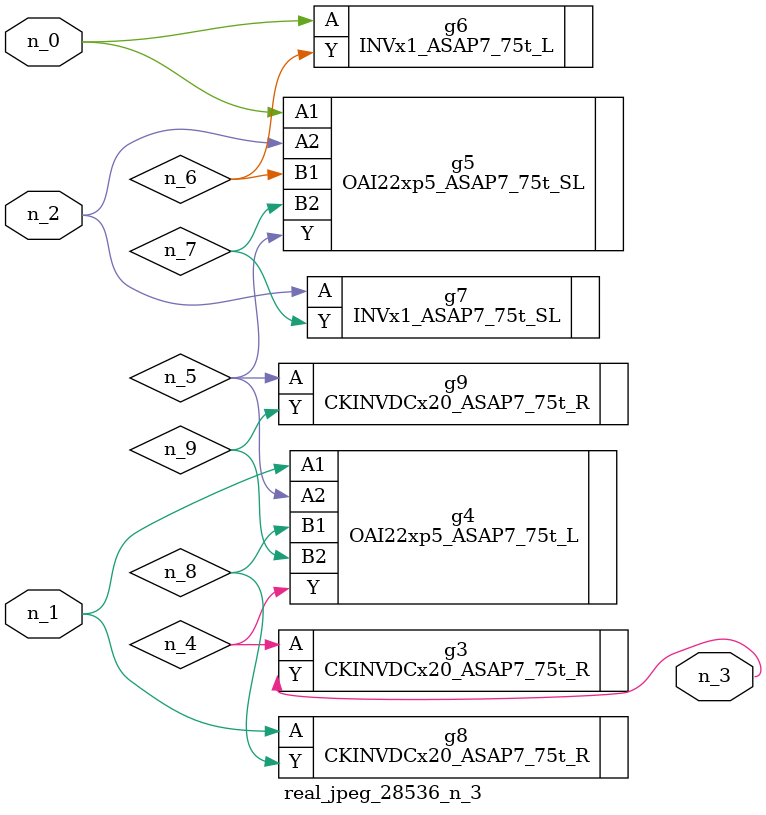
<source format=v>
module real_jpeg_28536_n_3 (n_1, n_0, n_2, n_3);

input n_1;
input n_0;
input n_2;

output n_3;

wire n_5;
wire n_8;
wire n_4;
wire n_6;
wire n_7;
wire n_9;

OAI22xp5_ASAP7_75t_SL g5 ( 
.A1(n_0),
.A2(n_2),
.B1(n_6),
.B2(n_7),
.Y(n_5)
);

INVx1_ASAP7_75t_L g6 ( 
.A(n_0),
.Y(n_6)
);

OAI22xp5_ASAP7_75t_L g4 ( 
.A1(n_1),
.A2(n_5),
.B1(n_8),
.B2(n_9),
.Y(n_4)
);

CKINVDCx20_ASAP7_75t_R g8 ( 
.A(n_1),
.Y(n_8)
);

INVx1_ASAP7_75t_SL g7 ( 
.A(n_2),
.Y(n_7)
);

CKINVDCx20_ASAP7_75t_R g3 ( 
.A(n_4),
.Y(n_3)
);

CKINVDCx20_ASAP7_75t_R g9 ( 
.A(n_5),
.Y(n_9)
);


endmodule
</source>
